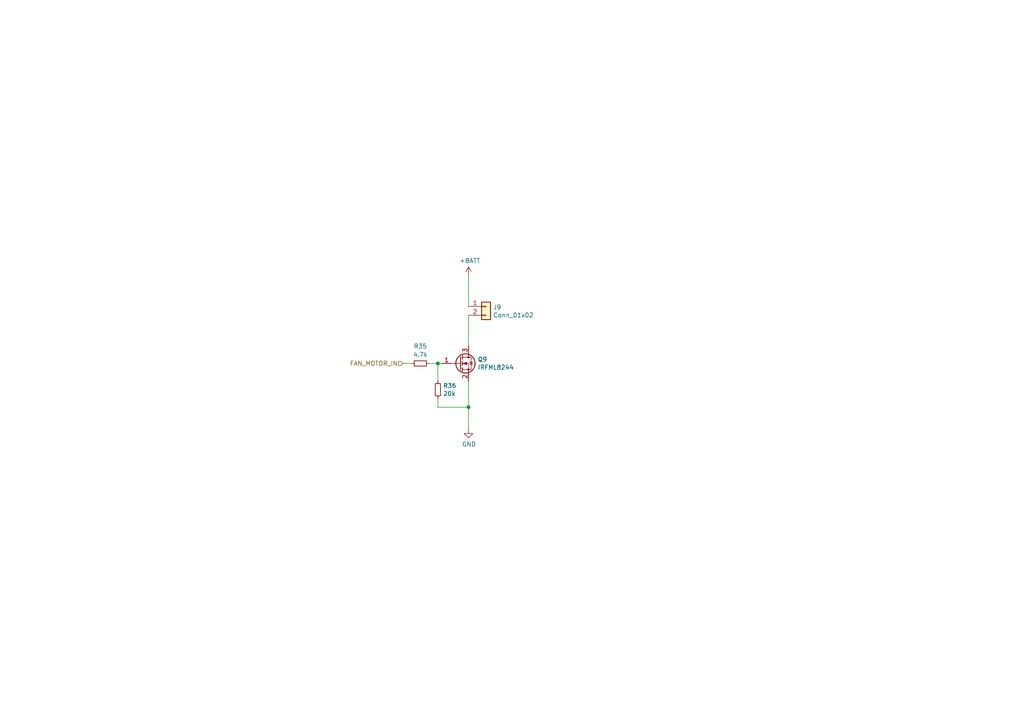
<source format=kicad_sch>
(kicad_sch (version 20231120) (generator "eeschema") (generator_version "8.0")
  (paper "A4")
  (lib_symbols
    (symbol "Connector_Generic:Conn_01x02" (pin_names (offset 1.016) hide)
      (property "Reference" "J" (at 0 2.54 0))
      (property "Value" "Conn_01x02" (at 0 -5.08 0))
      (symbol "Conn_01x02_1_1"
        (rectangle (start -1.27 -2.413) (end 0 -2.667) (stroke (width 0.1524)))
        (rectangle (start -1.27 0.127) (end 0 -0.127) (stroke (width 0.1524)))
        (rectangle (start -1.27 1.27) (end 1.27 -3.81) (stroke (width 0.254)) (fill (type background)))
        (pin passive line (at -5.08 0 0) (length 3.81) (name "Pin_1") (number "1"))
        (pin passive line (at -5.08 -2.54 0) (length 3.81) (name "Pin_2") (number "2"))
      )
    )
    (symbol "Device:R_Small" (pin_numbers hide) (pin_names (offset 0.254) hide)
      (property "Reference" "R" (at 0.762 0.508 0))
      (property "Value" "R_Small" (at 0.762 -1.016 0))
      (symbol "R_Small_0_1"
        (rectangle (start -0.762 1.778) (end 0.762 -1.778) (stroke (width 0.2032)))
      )
      (symbol "R_Small_1_1"
        (pin passive line (at 0 2.54 270) (length 0.762) (name "~") (number "1"))
        (pin passive line (at 0 -2.54 90) (length 0.762) (name "~") (number "2"))
      )
    )
    (symbol "My_Device:IRFML8244" (pin_names (offset 1.016))
      (property "Reference" "Q" (at 0 2.54 0))
      (property "Value" "My_Device_IRFML8244" (at 0 5.08 0))
      (symbol "IRFML8244_1_1"
        (polyline (pts (xy -1.016 -6.35) (xy -3.81 -6.35)))
        (polyline (pts (xy -1.016 -4.445) (xy -1.016 -8.255)) (stroke (width 0.254)))
        (polyline (pts (xy -0.508 -7.62) (xy -0.508 -8.636)) (stroke (width 0.254)))
        (polyline (pts (xy -0.508 -5.842) (xy -0.508 -6.858)) (stroke (width 0.254)))
        (polyline (pts (xy -0.508 -4.064) (xy -0.508 -5.08)) (stroke (width 0.254)))
        (polyline (pts (xy 1.27 -3.81) (xy 1.27 -4.572)))
        (polyline (pts (xy 1.27 -8.89) (xy 1.27 -6.35) (xy -0.508 -6.35)))
        (polyline (pts (xy -0.508 -8.128) (xy 2.032 -8.128) (xy 2.032 -4.572) (xy -0.508 -4.572)))
        (polyline (pts (xy -0.254 -6.35) (xy 0.762 -5.969) (xy 0.762 -6.731) (xy -0.254 -6.35)) (fill (type outline)))
        (polyline (pts (xy 1.524 -5.842) (xy 1.651 -5.969) (xy 2.413 -5.969) (xy 2.54 -6.096)))
        (polyline (pts (xy 2.032 -5.969) (xy 1.651 -6.604) (xy 2.413 -6.604) (xy 2.032 -5.969)))
        (circle (center 0.381 -6.35) (radius 2.794) (stroke (width 0.254)))
        (circle (center 1.27 -8.128) (radius 0.254) (fill (type outline)))
        (circle (center 1.27 -4.572) (radius 0.254) (fill (type outline)))
        (pin input line (at -6.35 -6.35 0) (length 2.54) (name "~") (number "1"))
        (pin passive line (at 1.27 -11.43 90) (length 2.54) (name "~") (number "2"))
        (pin passive line (at 1.27 -1.27 270) (length 2.54) (name "~") (number "3"))
      )
    )
    (symbol "power:+BATT" (power) (pin_names (offset 0))
      (property "Value" "+BATT" (at 0 3.556 0))
      (symbol "+BATT_0_1"
        (polyline (pts (xy -0.762 1.27) (xy 0 2.54)))
        (polyline (pts (xy 0 0) (xy 0 2.54)))
        (polyline (pts (xy 0 2.54) (xy 0.762 1.27)))
      )
      (symbol "+BATT_1_1"
        (pin power_in line (at 0 0 90) (length 0) hide (name "+BATT") (number "1"))
      )
    )
    (symbol "power:GND" (power) (pin_names (offset 0))
      (property "Value" "GND" (at 0 -3.81 0))
      (symbol "GND_0_1"
        (polyline (pts (xy 0 0) (xy 0 -1.27) (xy 1.27 -1.27) (xy 0 -2.54) (xy -1.27 -1.27) (xy 0 -1.27)))
      )
      (symbol "GND_1_1"
        (pin power_in line (at 0 0 270) (length 0) hide (name "GND") (number "1"))
      )
    )
  )
  (junction (at 135.89 118.11))
  (junction (at 127 105.41))
  (wire (pts (xy 135.89 91.44) (xy 135.89 100.33)))
  (wire (pts (xy 135.89 118.11) (xy 135.89 124.46)))
  (wire (pts (xy 127 118.11) (xy 135.89 118.11)))
  (wire (pts (xy 127 118.11) (xy 127 115.57)))
  (wire (pts (xy 135.89 80.01) (xy 135.89 88.9)))
  (wire (pts (xy 124.46 105.41) (xy 127 105.41)))
  (wire (pts (xy 135.89 110.49) (xy 135.89 118.11)))
  (wire (pts (xy 127 105.41) (xy 127 110.49)))
  (wire (pts (xy 116.84 105.41) (xy 119.38 105.41)))
  (wire (pts (xy 128.27 105.41) (xy 127 105.41)))
  (hierarchical_label "FAN_MOTOR_IN" (shape input) (at 116.84 105.41 180))
  (symbol (lib_id "Device:R_Small") (at 121.92 105.41 90) (unit 1)
    (property "Reference" "R35" (at 121.92 100.4316 90))
    (property "Value" "4.7k" (at 121.92 102.87 90))
    (property "Footprint" "Resistor_SMD:R_0201_0603Metric" (effects (hide yes)))
  )
  (symbol (lib_id "power:GND") (at 135.89 124.46 0) (unit 1)
    (property "Reference" "#PWR072" (effects (hide yes)))
    (property "Value" "GND" (at 136.017 128.8542 0))
  )
  (symbol (lib_id "My_Device:IRFML8244") (at 134.62 99.06 0) (unit 1)
    (property "Reference" "Q9" (at 138.557 104.2416 0) (effects (justify left)))
    (property "Value" "IRFML8244" (at 138.557 106.553 0) (effects (justify left)))
    (property "Footprint" "Package_TO_SOT_SMD:SOT-23" (effects (hide yes)))
    (property "Datasheet" "https://akizukidenshi.com/download/ds/ir/IRFML8244TRPbF.pdf" (effects (hide yes)))
  )
  (symbol (lib_id "power:+BATT") (at 135.89 80.01 0) (unit 1)
    (property "Reference" "#PWR071" (effects (hide yes)))
    (property "Value" "+BATT" (at 136.271 75.6158 0))
  )
  (symbol (lib_id "Connector_Generic:Conn_01x02") (at 140.97 88.9 0) (unit 1)
    (property "Reference" "J9" (at 143.002 89.1032 0) (effects (justify left)))
    (property "Value" "Conn_01x02" (at 143.002 91.4146 0) (effects (justify left)))
    (property "Footprint" "Connector_PinSocket_1.27mm:PinSocket_1x02_P1.27mm_Vertical" (effects (hide yes)))
  )
  (symbol (lib_id "Device:R_Small") (at 127 113.03 0) (unit 1)
    (property "Reference" "R36" (at 128.4986 111.8616 0) (effects (justify left)))
    (property "Value" "20k" (at 128.4986 114.173 0) (effects (justify left)))
    (property "Footprint" "Resistor_SMD:R_0201_0603Metric" (effects (hide yes)))
  )
)
</source>
